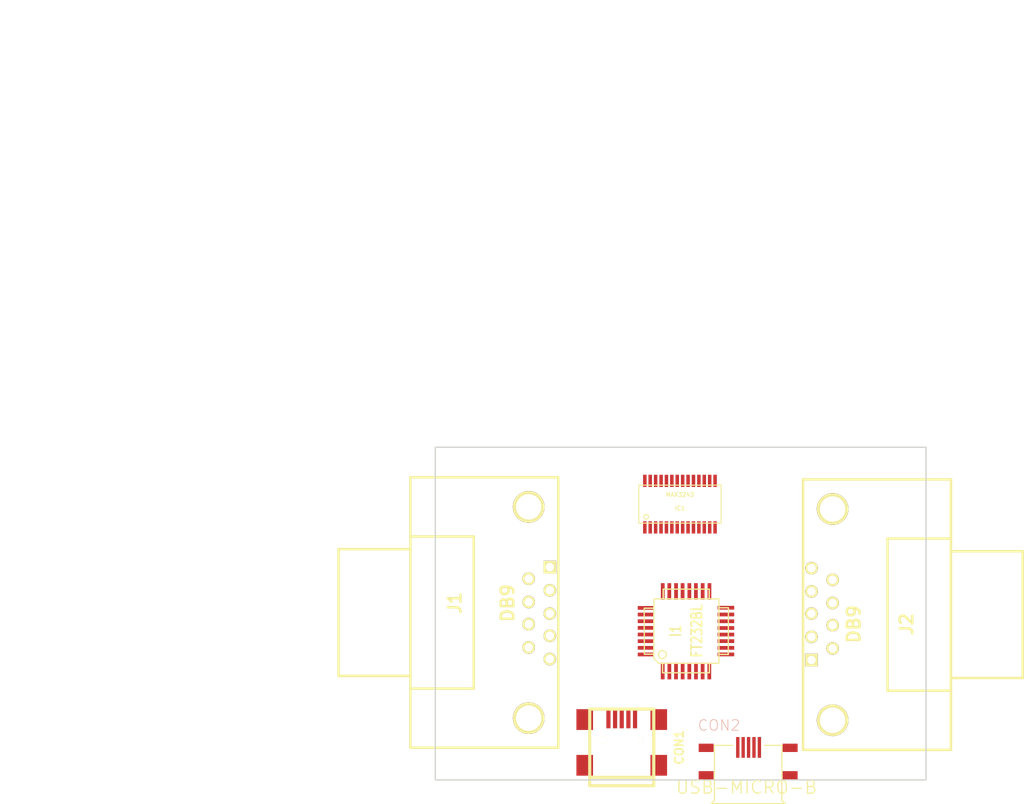
<source format=kicad_pcb>
(kicad_pcb (version 3) (host pcbnew "(2013-jul-07)-stable")

  (general
    (links 0)
    (no_connects 0)
    (area 108.509999 160.584999 167.660001 200.735001)
    (thickness 1.6)
    (drawings 6)
    (tracks 0)
    (zones 0)
    (modules 6)
    (nets 1)
  )

  (page A4)
  (title_block 
    (title "Konverter USB-UART-RS232")
    (rev 1)
  )

  (layers
    (15 F.Cu signal)
    (0 B.Cu signal)
    (16 B.Adhes user)
    (17 F.Adhes user)
    (18 B.Paste user)
    (19 F.Paste user)
    (20 B.SilkS user)
    (21 F.SilkS user)
    (22 B.Mask user)
    (23 F.Mask user)
    (24 Dwgs.User user)
    (25 Cmts.User user)
    (26 Eco1.User user)
    (27 Eco2.User user)
    (28 Edge.Cuts user)
  )

  (setup
    (last_trace_width 0.254)
    (trace_clearance 0.254)
    (zone_clearance 0.508)
    (zone_45_only no)
    (trace_min 0.254)
    (segment_width 0.2)
    (edge_width 0.15)
    (via_size 0.889)
    (via_drill 0.635)
    (via_min_size 0.889)
    (via_min_drill 0.508)
    (uvia_size 0.508)
    (uvia_drill 0.127)
    (uvias_allowed no)
    (uvia_min_size 0.508)
    (uvia_min_drill 0.127)
    (pcb_text_width 0.3)
    (pcb_text_size 1 1)
    (mod_edge_width 0.15)
    (mod_text_size 1 1)
    (mod_text_width 0.15)
    (pad_size 1 1.8)
    (pad_drill 0)
    (pad_to_mask_clearance 0)
    (aux_axis_origin 0 0)
    (visible_elements FFFE7501)
    (pcbplotparams
      (layerselection 3178497)
      (usegerberextensions true)
      (excludeedgelayer true)
      (linewidth 0.150000)
      (plotframeref false)
      (viasonmask false)
      (mode 1)
      (useauxorigin false)
      (hpglpennumber 1)
      (hpglpenspeed 20)
      (hpglpendiameter 15)
      (hpglpenoverlay 2)
      (psnegative false)
      (psa4output false)
      (plotreference true)
      (plotvalue true)
      (plotothertext true)
      (plotinvisibletext false)
      (padsonsilk false)
      (subtractmaskfromsilk false)
      (outputformat 1)
      (mirror false)
      (drillshape 0)
      (scaleselection 1)
      (outputdirectory ""))
  )

  (net 0 "")

  (net_class Default "To jest domyślna klasa połączeń."
    (clearance 0.254)
    (trace_width 0.254)
    (via_dia 0.889)
    (via_drill 0.635)
    (uvia_dia 0.508)
    (uvia_drill 0.127)
    (add_net "")
  )

  (net_class pwr ""
    (clearance 0.6096)
    (trace_width 0.6096)
    (via_dia 1.3)
    (via_drill 0.9)
    (uvia_dia 0.508)
    (uvia_drill 0.127)
  )

  (module TQFP32 (layer F.Cu) (tedit 556E3A94) (tstamp 556F36EB)
    (at 105.25 89.25 90)
    (path /556F35D9)
    (fp_text reference I1 (at 0 -1.27 90) (layer F.SilkS)
      (effects (font (size 1.27 1.016) (thickness 0.2032)))
    )
    (fp_text value FT232BL (at 0 1.27 90) (layer F.SilkS)
      (effects (font (size 1.27 1.016) (thickness 0.2032)))
    )
    (fp_line (start 5.0292 2.7686) (end 3.8862 2.7686) (layer F.SilkS) (width 0.1524))
    (fp_line (start 5.0292 -2.7686) (end 3.9116 -2.7686) (layer F.SilkS) (width 0.1524))
    (fp_line (start 5.0292 2.7686) (end 5.0292 -2.7686) (layer F.SilkS) (width 0.1524))
    (fp_line (start 2.794 3.9624) (end 2.794 5.0546) (layer F.SilkS) (width 0.1524))
    (fp_line (start -2.8194 3.9878) (end -2.8194 5.0546) (layer F.SilkS) (width 0.1524))
    (fp_line (start -2.8448 5.0546) (end 2.794 5.08) (layer F.SilkS) (width 0.1524))
    (fp_line (start -2.794 -5.0292) (end 2.7178 -5.0546) (layer F.SilkS) (width 0.1524))
    (fp_line (start -3.8862 -3.2766) (end -3.8862 3.9116) (layer F.SilkS) (width 0.1524))
    (fp_line (start 2.7432 -5.0292) (end 2.7432 -3.9878) (layer F.SilkS) (width 0.1524))
    (fp_line (start -3.2512 -3.8862) (end 3.81 -3.8862) (layer F.SilkS) (width 0.1524))
    (fp_line (start 3.8608 3.937) (end 3.8608 -3.7846) (layer F.SilkS) (width 0.1524))
    (fp_line (start -3.8862 3.937) (end 3.7338 3.937) (layer F.SilkS) (width 0.1524))
    (fp_line (start -5.0292 -2.8448) (end -5.0292 2.794) (layer F.SilkS) (width 0.1524))
    (fp_line (start -5.0292 2.794) (end -3.8862 2.794) (layer F.SilkS) (width 0.1524))
    (fp_line (start -3.87604 -3.302) (end -3.29184 -3.8862) (layer F.SilkS) (width 0.1524))
    (fp_line (start -5.02412 -2.8448) (end -3.87604 -2.8448) (layer F.SilkS) (width 0.1524))
    (fp_line (start -2.794 -3.8862) (end -2.794 -5.03428) (layer F.SilkS) (width 0.1524))
    (fp_circle (center -2.83972 -2.86004) (end -2.43332 -2.60604) (layer F.SilkS) (width 0.1524))
    (pad 8 smd rect (at -4.81584 2.77622 90) (size 1.99898 0.44958)
      (layers F.Cu F.Paste F.Mask)
    )
    (pad 7 smd rect (at -4.81584 1.97612 90) (size 1.99898 0.44958)
      (layers F.Cu F.Paste F.Mask)
    )
    (pad 6 smd rect (at -4.81584 1.17602 90) (size 1.99898 0.44958)
      (layers F.Cu F.Paste F.Mask)
    )
    (pad 5 smd rect (at -4.81584 0.37592 90) (size 1.99898 0.44958)
      (layers F.Cu F.Paste F.Mask)
    )
    (pad 4 smd rect (at -4.81584 -0.42418 90) (size 1.99898 0.44958)
      (layers F.Cu F.Paste F.Mask)
    )
    (pad 3 smd rect (at -4.81584 -1.22428 90) (size 1.99898 0.44958)
      (layers F.Cu F.Paste F.Mask)
    )
    (pad 2 smd rect (at -4.81584 -2.02438 90) (size 1.99898 0.44958)
      (layers F.Cu F.Paste F.Mask)
    )
    (pad 1 smd rect (at -4.81584 -2.82448 90) (size 1.99898 0.44958)
      (layers F.Cu F.Paste F.Mask)
    )
    (pad 24 smd rect (at 4.7498 -2.8194 90) (size 1.99898 0.44958)
      (layers F.Cu F.Paste F.Mask)
    )
    (pad 17 smd rect (at 4.7498 2.794 90) (size 1.99898 0.44958)
      (layers F.Cu F.Paste F.Mask)
    )
    (pad 18 smd rect (at 4.7498 1.9812 90) (size 1.99898 0.44958)
      (layers F.Cu F.Paste F.Mask)
    )
    (pad 19 smd rect (at 4.7498 1.1684 90) (size 1.99898 0.44958)
      (layers F.Cu F.Paste F.Mask)
    )
    (pad 20 smd rect (at 4.7498 0.381 90) (size 1.99898 0.44958)
      (layers F.Cu F.Paste F.Mask)
    )
    (pad 21 smd rect (at 4.7498 -0.4318 90) (size 1.99898 0.44958)
      (layers F.Cu F.Paste F.Mask)
    )
    (pad 22 smd rect (at 4.7498 -1.2192 90) (size 1.99898 0.44958)
      (layers F.Cu F.Paste F.Mask)
    )
    (pad 23 smd rect (at 4.7498 -2.032 90) (size 1.99898 0.44958)
      (layers F.Cu F.Paste F.Mask)
    )
    (pad 32 smd rect (at -2.82448 -4.826 90) (size 0.44958 1.99898)
      (layers F.Cu F.Paste F.Mask)
    )
    (pad 31 smd rect (at -2.02692 -4.826 90) (size 0.44958 1.99898)
      (layers F.Cu F.Paste F.Mask)
    )
    (pad 30 smd rect (at -1.22428 -4.826 90) (size 0.44958 1.99898)
      (layers F.Cu F.Paste F.Mask)
    )
    (pad 29 smd rect (at -0.42672 -4.826 90) (size 0.44958 1.99898)
      (layers F.Cu F.Paste F.Mask)
    )
    (pad 28 smd rect (at 0.37592 -4.826 90) (size 0.44958 1.99898)
      (layers F.Cu F.Paste F.Mask)
    )
    (pad 27 smd rect (at 1.17348 -4.826 90) (size 0.44958 1.99898)
      (layers F.Cu F.Paste F.Mask)
    )
    (pad 26 smd rect (at 1.97612 -4.826 90) (size 0.44958 1.99898)
      (layers F.Cu F.Paste F.Mask)
    )
    (pad 25 smd rect (at 2.77368 -4.826 90) (size 0.44958 1.99898)
      (layers F.Cu F.Paste F.Mask)
    )
    (pad 9 smd rect (at -2.8194 4.7752 90) (size 0.44958 1.99898)
      (layers F.Cu F.Paste F.Mask)
    )
    (pad 10 smd rect (at -2.032 4.7752 90) (size 0.44958 1.99898)
      (layers F.Cu F.Paste F.Mask)
    )
    (pad 11 smd rect (at -1.2192 4.7752 90) (size 0.44958 1.99898)
      (layers F.Cu F.Paste F.Mask)
    )
    (pad 12 smd rect (at -0.4318 4.7752 90) (size 0.44958 1.99898)
      (layers F.Cu F.Paste F.Mask)
    )
    (pad 13 smd rect (at 0.3556 4.7752 90) (size 0.44958 1.99898)
      (layers F.Cu F.Paste F.Mask)
    )
    (pad 14 smd rect (at 1.1684 4.7752 90) (size 0.44958 1.99898)
      (layers F.Cu F.Paste F.Mask)
    )
    (pad 15 smd rect (at 1.9812 4.7752 90) (size 0.44958 1.99898)
      (layers F.Cu F.Paste F.Mask)
    )
    (pad 16 smd rect (at 2.794 4.7752 90) (size 0.44958 1.99898)
      (layers F.Cu F.Paste F.Mask)
    )
    (model smd/tqfp32.wrl
      (at (xyz 0 0 0))
      (scale (xyz 1 1 1))
      (rotate (xyz 0 0 0))
    )
  )

  (module DB9MC (layer F.Cu) (tedit 200000) (tstamp 556F3678)
    (at 87.585 87.16 90)
    (descr "Connecteur DB9 male couche")
    (tags "CONN DB9")
    (path /556E2997)
    (fp_text reference J1 (at 1.27 -10.16 90) (layer F.SilkS)
      (effects (font (size 1.524 1.524) (thickness 0.3048)))
    )
    (fp_text value DB9 (at 1.27 -3.81 90) (layer F.SilkS)
      (effects (font (size 1.524 1.524) (thickness 0.3048)))
    )
    (fp_line (start -16.129 2.286) (end 16.383 2.286) (layer F.SilkS) (width 0.3048))
    (fp_line (start 16.383 2.286) (end 16.383 -15.494) (layer F.SilkS) (width 0.3048))
    (fp_line (start 16.383 -15.494) (end -16.129 -15.494) (layer F.SilkS) (width 0.3048))
    (fp_line (start -16.129 -15.494) (end -16.129 2.286) (layer F.SilkS) (width 0.3048))
    (fp_line (start -9.017 -15.494) (end -9.017 -7.874) (layer F.SilkS) (width 0.3048))
    (fp_line (start -9.017 -7.874) (end 9.271 -7.874) (layer F.SilkS) (width 0.3048))
    (fp_line (start 9.271 -7.874) (end 9.271 -15.494) (layer F.SilkS) (width 0.3048))
    (fp_line (start -7.493 -15.494) (end -7.493 -24.13) (layer F.SilkS) (width 0.3048))
    (fp_line (start -7.493 -24.13) (end 7.747 -24.13) (layer F.SilkS) (width 0.3048))
    (fp_line (start 7.747 -24.13) (end 7.747 -15.494) (layer F.SilkS) (width 0.3048))
    (pad "" thru_hole circle (at 12.827 -1.27 90) (size 3.81 3.81) (drill 3.048)
      (layers *.Cu *.Mask F.SilkS)
    )
    (pad "" thru_hole circle (at -12.573 -1.27 90) (size 3.81 3.81) (drill 3.048)
      (layers *.Cu *.Mask F.SilkS)
    )
    (pad 1 thru_hole rect (at 5.588 1.27 90) (size 1.524 1.524) (drill 1.016)
      (layers *.Cu *.Mask F.SilkS)
    )
    (pad 2 thru_hole circle (at 2.794 1.27 90) (size 1.524 1.524) (drill 1.016)
      (layers *.Cu *.Mask F.SilkS)
    )
    (pad 3 thru_hole circle (at 0 1.27 90) (size 1.524 1.524) (drill 1.016)
      (layers *.Cu *.Mask F.SilkS)
    )
    (pad 4 thru_hole circle (at -2.667 1.27 90) (size 1.524 1.524) (drill 1.016)
      (layers *.Cu *.Mask F.SilkS)
    )
    (pad 5 thru_hole circle (at -5.461 1.27 90) (size 1.524 1.524) (drill 1.016)
      (layers *.Cu *.Mask F.SilkS)
    )
    (pad 9 thru_hole circle (at -4.064 -1.27 90) (size 1.524 1.524) (drill 1.016)
      (layers *.Cu *.Mask F.SilkS)
    )
    (pad 8 thru_hole circle (at -1.27 -1.27 90) (size 1.524 1.524) (drill 1.016)
      (layers *.Cu *.Mask F.SilkS)
    )
    (pad 7 thru_hole circle (at 1.397 -1.27 90) (size 1.524 1.524) (drill 1.016)
      (layers *.Cu *.Mask F.SilkS)
    )
    (pad 6 thru_hole circle (at 4.191 -1.27 90) (size 1.524 1.524) (drill 1.016)
      (layers *.Cu *.Mask F.SilkS)
    )
    (model conn_DBxx/db9_male_pin90deg.wrl
      (at (xyz 0 0 0))
      (scale (xyz 1 1 1))
      (rotate (xyz 0 0 0))
    )
  )

  (module DB9MC (layer F.Cu) (tedit 200000) (tstamp 556F3644)
    (at 121.585 87.16 270)
    (descr "Connecteur DB9 male couche")
    (tags "CONN DB9")
    (path /556E29A6)
    (fp_text reference J2 (at 1.27 -10.16 270) (layer F.SilkS)
      (effects (font (size 1.524 1.524) (thickness 0.3048)))
    )
    (fp_text value DB9 (at 1.27 -3.81 270) (layer F.SilkS)
      (effects (font (size 1.524 1.524) (thickness 0.3048)))
    )
    (fp_line (start -16.129 2.286) (end 16.383 2.286) (layer F.SilkS) (width 0.3048))
    (fp_line (start 16.383 2.286) (end 16.383 -15.494) (layer F.SilkS) (width 0.3048))
    (fp_line (start 16.383 -15.494) (end -16.129 -15.494) (layer F.SilkS) (width 0.3048))
    (fp_line (start -16.129 -15.494) (end -16.129 2.286) (layer F.SilkS) (width 0.3048))
    (fp_line (start -9.017 -15.494) (end -9.017 -7.874) (layer F.SilkS) (width 0.3048))
    (fp_line (start -9.017 -7.874) (end 9.271 -7.874) (layer F.SilkS) (width 0.3048))
    (fp_line (start 9.271 -7.874) (end 9.271 -15.494) (layer F.SilkS) (width 0.3048))
    (fp_line (start -7.493 -15.494) (end -7.493 -24.13) (layer F.SilkS) (width 0.3048))
    (fp_line (start -7.493 -24.13) (end 7.747 -24.13) (layer F.SilkS) (width 0.3048))
    (fp_line (start 7.747 -24.13) (end 7.747 -15.494) (layer F.SilkS) (width 0.3048))
    (pad "" thru_hole circle (at 12.827 -1.27 270) (size 3.81 3.81) (drill 3.048)
      (layers *.Cu *.Mask F.SilkS)
    )
    (pad "" thru_hole circle (at -12.573 -1.27 270) (size 3.81 3.81) (drill 3.048)
      (layers *.Cu *.Mask F.SilkS)
    )
    (pad 1 thru_hole rect (at 5.588 1.27 270) (size 1.524 1.524) (drill 1.016)
      (layers *.Cu *.Mask F.SilkS)
    )
    (pad 2 thru_hole circle (at 2.794 1.27 270) (size 1.524 1.524) (drill 1.016)
      (layers *.Cu *.Mask F.SilkS)
    )
    (pad 3 thru_hole circle (at 0 1.27 270) (size 1.524 1.524) (drill 1.016)
      (layers *.Cu *.Mask F.SilkS)
    )
    (pad 4 thru_hole circle (at -2.667 1.27 270) (size 1.524 1.524) (drill 1.016)
      (layers *.Cu *.Mask F.SilkS)
    )
    (pad 5 thru_hole circle (at -5.461 1.27 270) (size 1.524 1.524) (drill 1.016)
      (layers *.Cu *.Mask F.SilkS)
    )
    (pad 9 thru_hole circle (at -4.064 -1.27 270) (size 1.524 1.524) (drill 1.016)
      (layers *.Cu *.Mask F.SilkS)
    )
    (pad 8 thru_hole circle (at -1.27 -1.27 270) (size 1.524 1.524) (drill 1.016)
      (layers *.Cu *.Mask F.SilkS)
    )
    (pad 7 thru_hole circle (at 1.397 -1.27 270) (size 1.524 1.524) (drill 1.016)
      (layers *.Cu *.Mask F.SilkS)
    )
    (pad 6 thru_hole circle (at 4.191 -1.27 270) (size 1.524 1.524) (drill 1.016)
      (layers *.Cu *.Mask F.SilkS)
    )
    (model conn_DBxx/db9_male_pin90deg.wrl
      (at (xyz 0 0 0))
      (scale (xyz 1 1 1))
      (rotate (xyz 0 0 0))
    )
  )

  (module USB_MINI_B (layer F.Cu) (tedit 505F99F2) (tstamp 55702D76)
    (at 97.5 103.25 90)
    (descr "USB Mini-B 5-pin SMD connector")
    (tags "USB, Mini-B, connector")
    (path /556E4DBF)
    (fp_text reference CON1 (at 0 6.90118 90) (layer F.SilkS)
      (effects (font (size 1.016 1.016) (thickness 0.2032)))
    )
    (fp_text value USB-MINI-B (at 0 -7.0993 90) (layer F.SilkS) hide
      (effects (font (size 1.016 1.016) (thickness 0.2032)))
    )
    (fp_line (start -3.59918 -3.85064) (end -3.59918 3.85064) (layer F.SilkS) (width 0.381))
    (fp_line (start -4.59994 -3.85064) (end -4.59994 3.85064) (layer F.SilkS) (width 0.381))
    (fp_line (start -4.59994 3.85064) (end 4.59994 3.85064) (layer F.SilkS) (width 0.381))
    (fp_line (start 4.59994 3.85064) (end 4.59994 -3.85064) (layer F.SilkS) (width 0.381))
    (fp_line (start 4.59994 -3.85064) (end -4.59994 -3.85064) (layer F.SilkS) (width 0.381))
    (pad 1 smd rect (at 3.44932 -1.6002 90) (size 2.30124 0.50038)
      (layers F.Cu F.Paste F.Mask)
    )
    (pad 2 smd rect (at 3.44932 -0.8001 90) (size 2.30124 0.50038)
      (layers F.Cu F.Paste F.Mask)
    )
    (pad 3 smd rect (at 3.44932 0 90) (size 2.30124 0.50038)
      (layers F.Cu F.Paste F.Mask)
    )
    (pad 4 smd rect (at 3.44932 0.8001 90) (size 2.30124 0.50038)
      (layers F.Cu F.Paste F.Mask)
    )
    (pad 5 smd rect (at 3.44932 1.6002 90) (size 2.30124 0.50038)
      (layers F.Cu F.Paste F.Mask)
    )
    (pad 6 smd rect (at 3.35026 -4.45008 90) (size 2.49936 1.99898)
      (layers F.Cu F.Paste F.Mask)
    )
    (pad 7 smd rect (at -2.14884 -4.45008 90) (size 2.49936 1.99898)
      (layers F.Cu F.Paste F.Mask)
    )
    (pad 8 smd rect (at 3.35026 4.45008 90) (size 2.49936 1.99898)
      (layers F.Cu F.Paste F.Mask)
    )
    (pad 9 smd rect (at -2.14884 4.45008 90) (size 2.49936 1.99898)
      (layers F.Cu F.Paste F.Mask)
    )
    (pad "" np_thru_hole circle (at 0.8509 -2.19964 90) (size 0.89916 0.89916) (drill 0.89916)
      (layers *.Cu *.Mask F.SilkS)
    )
    (pad 2 np_thru_hole circle (at 0.8509 2.19964 90) (size 0.89916 0.89916) (drill 0.89916)
      (layers *.Cu *.Mask F.SilkS)
    )
  )

  (module usb-micro-B (layer F.Cu) (tedit 556F566C) (tstamp 55702D90)
    (at 112.75 106.5 90)
    (descr "USB SERIES MINI-B SURFACE MOUNTED")
    (tags "USB SERIES MINI-B SURFACE MOUNTED")
    (path /556E4DCC)
    (attr smd)
    (fp_text reference CON2 (at 5.9 -3.55 180) (layer B.SilkS)
      (effects (font (size 1.27 1.27) (thickness 0.0889)))
    )
    (fp_text value USB-MICRO-B (at -1.55 -0.25 180) (layer F.SilkS)
      (effects (font (size 1.524 1.524) (thickness 0.15)))
    )
    (fp_line (start 0 4) (end -3.1 4) (layer F.SilkS) (width 0.15))
    (fp_line (start -3.1 -4.1) (end 3.5 -4.1) (layer F.SilkS) (width 0.15))
    (fp_line (start -3.5 4) (end -3.5 4.3) (layer F.SilkS) (width 0.15))
    (fp_line (start -3.5 4.3) (end -3.5 4.4) (layer F.SilkS) (width 0.15))
    (fp_line (start -3.5 4.4) (end -3.1 4) (layer F.SilkS) (width 0.15))
    (fp_line (start -3.5 -3.6) (end -3.5 -4.1) (layer F.SilkS) (width 0.15))
    (fp_line (start -3.5 -4.1) (end -3.5 -4.5) (layer F.SilkS) (width 0.15))
    (fp_line (start -3.5 -4.5) (end -3.1 -4.1) (layer F.SilkS) (width 0.15))
    (fp_line (start 3.5 1.9) (end 3.5 4) (layer F.SilkS) (width 0.15))
    (fp_line (start -3.5 4.2) (end -3.5 -4.1) (layer F.SilkS) (width 0.15))
    (fp_line (start -3.5 -4.1) (end -3.5 -4.3) (layer F.SilkS) (width 0.15))
    (fp_line (start 3.5 -4.1) (end 3.5 -1.9) (layer F.SilkS) (width 0.15))
    (fp_line (start 0 4) (end 3.5 4) (layer F.SilkS) (width 0.15))
    (pad 3 smd rect (at 3.25 0 90) (size 2.5 0.4)
      (layers F.Cu F.Paste F.Mask)
    )
    (pad 2 smd rect (at 3.25 -0.65 90) (size 2.5 0.4)
      (layers F.Cu F.Paste F.Mask)
    )
    (pad 5 smd rect (at 3.25 1.3 90) (size 2.5 0.4)
      (layers F.Cu F.Paste F.Mask)
    )
    (pad 4 smd rect (at 3.25 0.65 90) (size 2.5 0.4)
      (layers F.Cu F.Paste F.Mask)
    )
    (pad 1 smd rect (at 3.25 -1.3 90) (size 2.5 0.4)
      (layers F.Cu F.Paste F.Mask)
    )
    (pad 6 smd rect (at 3.2 -5.1 90) (size 1 1.8)
      (layers F.Cu F.Paste F.Mask)
    )
    (pad 7 smd rect (at -0.1 -5.1 90) (size 1 1.8)
      (layers F.Cu F.Paste F.Mask)
    )
    (pad 8 smd rect (at 3.2 5 90) (size 1 1.8)
      (layers F.Cu F.Paste F.Mask)
    )
    (pad 9 smd rect (at -0.1 5 90) (size 1 1.8)
      (layers F.Cu F.Paste F.Mask)
    )
  )

  (module tssop-28 (layer F.Cu) (tedit 49E9D224) (tstamp 55702E19)
    (at 104.5 74)
    (descr TSSOP-28)
    (path /556F7406)
    (fp_text reference IC1 (at 0 0.508) (layer F.SilkS)
      (effects (font (size 0.50038 0.50038) (thickness 0.09906)))
    )
    (fp_text value MAX3243 (at 0 -1.143) (layer F.SilkS)
      (effects (font (size 0.50038 0.50038) (thickness 0.09906)))
    )
    (fp_line (start 4.953 -2.286) (end -4.953 -2.286) (layer F.SilkS) (width 0.127))
    (fp_line (start -4.953 -2.286) (end -4.953 2.286) (layer F.SilkS) (width 0.127))
    (fp_line (start -4.953 2.286) (end 4.953 2.286) (layer F.SilkS) (width 0.127))
    (fp_line (start 4.953 2.286) (end 4.953 -2.286) (layer F.SilkS) (width 0.127))
    (fp_circle (center -4.064 1.524) (end -4.191 1.778) (layer F.SilkS) (width 0.127))
    (pad 7 smd rect (at -0.32512 2.79908) (size 0.4191 1.47066)
      (layers F.Cu F.Paste F.Mask)
    )
    (pad 8 smd rect (at 0.32512 2.79908) (size 0.4191 1.47066)
      (layers F.Cu F.Paste F.Mask)
    )
    (pad 9 smd rect (at 0.97536 2.79908) (size 0.4191 1.47066)
      (layers F.Cu F.Paste F.Mask)
    )
    (pad 10 smd rect (at 1.6256 2.79908) (size 0.4191 1.47066)
      (layers F.Cu F.Paste F.Mask)
    )
    (pad 25 smd rect (at -2.26568 -2.794) (size 0.4191 1.47066)
      (layers F.Cu F.Paste F.Mask)
    )
    (pad 4 smd rect (at -2.27584 2.79908) (size 0.4191 1.47066)
      (layers F.Cu F.Paste F.Mask)
    )
    (pad 5 smd rect (at -1.6256 2.79908) (size 0.4191 1.47066)
      (layers F.Cu F.Paste F.Mask)
    )
    (pad 6 smd rect (at -0.97536 2.79908) (size 0.4191 1.47066)
      (layers F.Cu F.Paste F.Mask)
    )
    (pad 18 smd rect (at 2.27584 -2.79908) (size 0.4191 1.47066)
      (layers F.Cu F.Paste F.Mask)
    )
    (pad 19 smd rect (at 1.6256 -2.79908) (size 0.4191 1.47066)
      (layers F.Cu F.Paste F.Mask)
    )
    (pad 20 smd rect (at 0.97536 -2.79908) (size 0.4191 1.47066)
      (layers F.Cu F.Paste F.Mask)
    )
    (pad 21 smd rect (at 0.32512 -2.79908) (size 0.4191 1.47066)
      (layers F.Cu F.Paste F.Mask)
    )
    (pad 22 smd rect (at -0.32512 -2.79908) (size 0.4191 1.47066)
      (layers F.Cu F.Paste F.Mask)
    )
    (pad 23 smd rect (at -0.97536 -2.79908) (size 0.4191 1.47066)
      (layers F.Cu F.Paste F.Mask)
    )
    (pad 11 smd rect (at 2.27584 2.79908) (size 0.4191 1.47066)
      (layers F.Cu F.Paste F.Mask)
    )
    (pad 24 smd rect (at -1.6256 -2.794) (size 0.4191 1.47066)
      (layers F.Cu F.Paste F.Mask)
    )
    (pad 3 smd rect (at -2.92608 2.79908) (size 0.4191 1.47066)
      (layers F.Cu F.Paste F.Mask)
    )
    (pad 12 smd rect (at 2.92608 2.79908) (size 0.4191 1.47066)
      (layers F.Cu F.Paste F.Mask)
    )
    (pad 17 smd rect (at 2.92608 -2.79908) (size 0.4191 1.47066)
      (layers F.Cu F.Paste F.Mask)
    )
    (pad 26 smd rect (at -2.92608 -2.79908) (size 0.4191 1.47066)
      (layers F.Cu F.Paste F.Mask)
    )
    (pad 2 smd rect (at -3.57378 2.79908) (size 0.4191 1.47066)
      (layers F.Cu F.Paste F.Mask)
    )
    (pad 13 smd rect (at 3.57378 2.79908) (size 0.4191 1.47066)
      (layers F.Cu F.Paste F.Mask)
    )
    (pad 16 smd rect (at 3.57378 -2.79908) (size 0.4191 1.47066)
      (layers F.Cu F.Paste F.Mask)
    )
    (pad 27 smd rect (at -3.57378 -2.79908) (size 0.4191 1.47066)
      (layers F.Cu F.Paste F.Mask)
    )
    (pad 1 smd rect (at -4.22402 2.79908) (size 0.4191 1.47066)
      (layers F.Cu F.Paste F.Mask)
    )
    (pad 14 smd rect (at 4.22402 2.79908) (size 0.4191 1.47066)
      (layers F.Cu F.Paste F.Mask)
    )
    (pad 15 smd rect (at 4.22402 -2.79908) (size 0.4191 1.47066)
      (layers F.Cu F.Paste F.Mask)
    )
    (pad 28 smd rect (at -4.22402 -2.79908) (size 0.4191 1.47066)
      (layers F.Cu F.Paste F.Mask)
    )
    (model smd/smd_dil/tssop-28.wrl
      (at (xyz 0 0 0))
      (scale (xyz 1 1 1))
      (rotate (xyz 0 0 0))
    )
  )

  (gr_line (start 75.085 67.16) (end 75.085 107.16) (angle 90) (layer Edge.Cuts) (width 0.15))
  (gr_line (start 134.085 67.16) (end 75.085 67.16) (angle 90) (layer Edge.Cuts) (width 0.15))
  (gr_line (start 134.085 107.16) (end 134.085 67.16) (angle 90) (layer Edge.Cuts) (width 0.15))
  (gr_line (start 119.085 107.16) (end 134.085 107.16) (angle 90) (layer Edge.Cuts) (width 0.15))
  (gr_line (start 75.085 107.16) (end 119.085 107.16) (angle 90) (layer Edge.Cuts) (width 0.15))
  (gr_text "siatki:\n- 0,508 elementy\n\n" (at 22.75 20.5) (layer Cmts.User)
    (effects (font (size 3 3) (thickness 0.3)) (justify left))
  )

)

</source>
